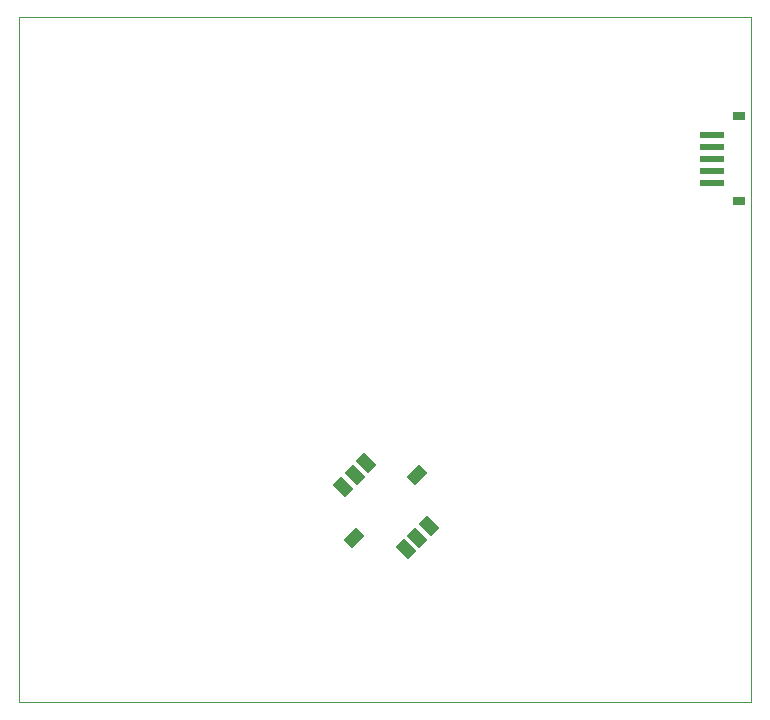
<source format=gbr>
G04 PROTEUS GERBER X2 FILE*
%TF.GenerationSoftware,Labcenter,Proteus,8.17-SP5-Build39395*%
%TF.CreationDate,2025-01-31T21:13:05+00:00*%
%TF.FileFunction,Paste,Bot*%
%TF.FilePolarity,Positive*%
%TF.Part,Single*%
%TF.SameCoordinates,{25d9a88a-2623-41a1-bce1-36a6f26497cc}*%
%FSLAX45Y45*%
%MOMM*%
G01*
%AMPPAD128*
4,1,4,
0.898030,-0.179610,
0.179610,-0.898030,
-0.898030,0.179610,
-0.179610,0.898030,
0.898030,-0.179610,
0*%
%TA.AperFunction,Material*%
%ADD138PPAD128*%
%AMPPAD129*
4,1,4,
0.179610,0.898030,
0.898030,0.179610,
-0.179610,-0.898030,
-0.898030,-0.179610,
0.179610,0.898030,
0*%
%ADD139PPAD129*%
%TA.AperFunction,Material*%
%ADD140R,2.000000X0.600000*%
%ADD141R,1.000000X0.750000*%
%TA.AperFunction,Profile*%
%ADD46C,0.101600*%
%TD.AperFunction*%
D138*
X+3472695Y+1492366D03*
X+3373700Y+1393371D03*
X+3274706Y+1294376D03*
X+2942365Y+2022696D03*
X+2843370Y+1923701D03*
X+2744375Y+1824706D03*
D139*
X+3366629Y+1923701D03*
X+2836299Y+1393371D03*
D140*
X+5870000Y+4400000D03*
X+5870000Y+4500000D03*
X+5870000Y+4600000D03*
X+5870000Y+4700000D03*
X+5870000Y+4800000D03*
D141*
X+6100000Y+4240000D03*
X+6100000Y+4960000D03*
D46*
X+0Y+0D02*
X+6200000Y+0D01*
X+6200000Y+5800000D01*
X+0Y+5800000D01*
X+0Y+0D01*
M02*

</source>
